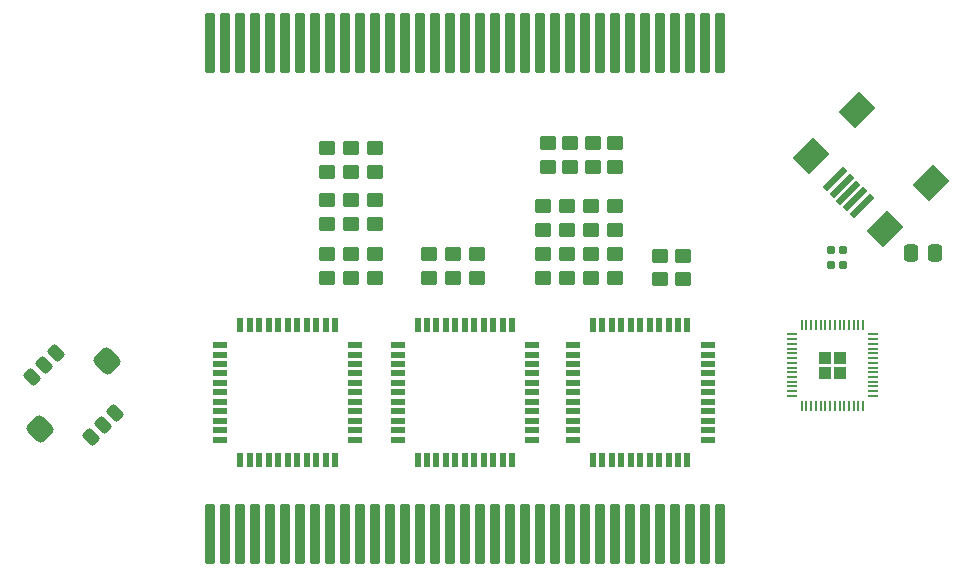
<source format=gbr>
%TF.GenerationSoftware,KiCad,Pcbnew,8.0.0*%
%TF.CreationDate,2024-02-28T09:47:00-08:00*%
%TF.ProjectId,SenseBarnacle,53656e73-6542-4617-926e-61636c652e6b,rev?*%
%TF.SameCoordinates,Original*%
%TF.FileFunction,Paste,Top*%
%TF.FilePolarity,Positive*%
%FSLAX46Y46*%
G04 Gerber Fmt 4.6, Leading zero omitted, Abs format (unit mm)*
G04 Created by KiCad (PCBNEW 8.0.0) date 2024-02-28 09:47:00*
%MOMM*%
%LPD*%
G01*
G04 APERTURE LIST*
G04 Aperture macros list*
%AMRoundRect*
0 Rectangle with rounded corners*
0 $1 Rounding radius*
0 $2 $3 $4 $5 $6 $7 $8 $9 X,Y pos of 4 corners*
0 Add a 4 corners polygon primitive as box body*
4,1,4,$2,$3,$4,$5,$6,$7,$8,$9,$2,$3,0*
0 Add four circle primitives for the rounded corners*
1,1,$1+$1,$2,$3*
1,1,$1+$1,$4,$5*
1,1,$1+$1,$6,$7*
1,1,$1+$1,$8,$9*
0 Add four rect primitives between the rounded corners*
20,1,$1+$1,$2,$3,$4,$5,0*
20,1,$1+$1,$4,$5,$6,$7,0*
20,1,$1+$1,$6,$7,$8,$9,0*
20,1,$1+$1,$8,$9,$2,$3,0*%
%AMRotRect*
0 Rectangle, with rotation*
0 The origin of the aperture is its center*
0 $1 length*
0 $2 width*
0 $3 Rotation angle, in degrees counterclockwise*
0 Add horizontal line*
21,1,$1,$2,0,0,$3*%
G04 Aperture macros list end*
%ADD10RoundRect,0.250000X-0.450000X0.350000X-0.450000X-0.350000X0.450000X-0.350000X0.450000X0.350000X0*%
%ADD11R,1.200000X0.500000*%
%ADD12R,0.500000X1.200000*%
%ADD13RoundRect,0.250000X0.450000X-0.350000X0.450000X0.350000X-0.450000X0.350000X-0.450000X-0.350000X0*%
%ADD14RoundRect,0.090000X0.360000X2.410000X-0.360000X2.410000X-0.360000X-2.410000X0.360000X-2.410000X0*%
%ADD15RoundRect,0.160000X-0.160000X0.197500X-0.160000X-0.197500X0.160000X-0.197500X0.160000X0.197500X0*%
%ADD16RoundRect,0.450000X-0.707107X0.070711X0.070711X-0.707107X0.707107X-0.070711X-0.070711X0.707107X0*%
%ADD17RoundRect,0.250000X-0.477297X0.123744X0.123744X-0.477297X0.477297X-0.123744X-0.123744X0.477297X0*%
%ADD18RoundRect,0.250000X-0.292217X-0.292217X0.292217X-0.292217X0.292217X0.292217X-0.292217X0.292217X0*%
%ADD19RoundRect,0.050000X-0.387500X-0.050000X0.387500X-0.050000X0.387500X0.050000X-0.387500X0.050000X0*%
%ADD20RoundRect,0.050000X-0.050000X-0.387500X0.050000X-0.387500X0.050000X0.387500X-0.050000X0.387500X0*%
%ADD21RotRect,0.500000X2.500000X135.000000*%
%ADD22RotRect,2.000000X2.500000X135.000000*%
%ADD23RoundRect,0.250000X-0.337500X-0.475000X0.337500X-0.475000X0.337500X0.475000X-0.337500X0.475000X0*%
G04 APERTURE END LIST*
D10*
%TO.C,R22*%
X74539599Y-39030400D03*
X74539599Y-41030400D03*
%TD*%
D11*
%TO.C,U15*%
X84689199Y-46734200D03*
X84689199Y-47534200D03*
X84689199Y-48334200D03*
X84689199Y-49134200D03*
X84689199Y-49934200D03*
X84689199Y-50734200D03*
X84689199Y-51534200D03*
X84689199Y-52334200D03*
X84689199Y-53134200D03*
X84689199Y-53934200D03*
X84689199Y-54734200D03*
D12*
X86389199Y-56434200D03*
X87189199Y-56434200D03*
X87989199Y-56434200D03*
X88789199Y-56434200D03*
X89589199Y-56434200D03*
X90389199Y-56434200D03*
X91189199Y-56434200D03*
X91989199Y-56434200D03*
X92789199Y-56434200D03*
X93589199Y-56434200D03*
X94389199Y-56434200D03*
D11*
X96089199Y-54734200D03*
X96089199Y-53934200D03*
X96089199Y-53134200D03*
X96089199Y-52334200D03*
X96089199Y-51534200D03*
X96089199Y-50734200D03*
X96089199Y-49934200D03*
X96089199Y-49134200D03*
X96089199Y-48334200D03*
X96089199Y-47534200D03*
X96089199Y-46734200D03*
D12*
X94389199Y-45034200D03*
X93589199Y-45034200D03*
X92789199Y-45034200D03*
X91989199Y-45034200D03*
X91189199Y-45034200D03*
X90389199Y-45034200D03*
X89589199Y-45034200D03*
X88789199Y-45034200D03*
X87989199Y-45034200D03*
X87189199Y-45034200D03*
X86389199Y-45034200D03*
%TD*%
D13*
%TO.C,R15*%
X86207600Y-36982400D03*
X86207600Y-34982400D03*
%TD*%
D14*
%TO.C,J6*%
X57750199Y-21123400D03*
X59020199Y-21123400D03*
X60290199Y-21123400D03*
X61560199Y-21123400D03*
X62830199Y-21123400D03*
X64100199Y-21123400D03*
X65370199Y-21123400D03*
X66640199Y-21123400D03*
X67910199Y-21123400D03*
X69180199Y-21123400D03*
X70450199Y-21123400D03*
X71720199Y-21123400D03*
X72990199Y-21123400D03*
X74260199Y-21123400D03*
X75530199Y-21123400D03*
X76800199Y-21123400D03*
X78070199Y-21123400D03*
X79340199Y-21123400D03*
X80610199Y-21123400D03*
X81880199Y-21123400D03*
X83150199Y-21123400D03*
X84420199Y-21123400D03*
X85690199Y-21123400D03*
X86960199Y-21123400D03*
X88230199Y-21123400D03*
X89500199Y-21123400D03*
X90770199Y-21123400D03*
X92040199Y-21123400D03*
X93310199Y-21123400D03*
X94580199Y-21123400D03*
X95850199Y-21123400D03*
X97120199Y-21123400D03*
X53940199Y-21123400D03*
X55210199Y-21123400D03*
X56480199Y-21123400D03*
%TD*%
D13*
%TO.C,R10*%
X82143600Y-41062400D03*
X82143600Y-39062400D03*
%TD*%
%TO.C,R17*%
X88239600Y-36982400D03*
X88239600Y-34982400D03*
%TD*%
%TO.C,R21*%
X63855600Y-32045400D03*
X63855600Y-30045400D03*
%TD*%
%TO.C,R39*%
X88255599Y-31648400D03*
X88255599Y-29648400D03*
%TD*%
%TO.C,R8*%
X65887600Y-36490400D03*
X65887600Y-34490400D03*
%TD*%
%TO.C,R41*%
X84445599Y-31648400D03*
X84445599Y-29648400D03*
%TD*%
%TO.C,R18*%
X67919600Y-36490400D03*
X67919600Y-34490400D03*
%TD*%
%TO.C,R11*%
X82143600Y-36966400D03*
X82143600Y-34966400D03*
%TD*%
D10*
%TO.C,R35*%
X93970599Y-39173400D03*
X93970599Y-41173400D03*
%TD*%
D13*
%TO.C,R14*%
X86207600Y-41046400D03*
X86207600Y-39046400D03*
%TD*%
D15*
%TO.C,R2*%
X107559599Y-38724400D03*
X107559599Y-39919400D03*
%TD*%
D13*
%TO.C,R25*%
X63855600Y-41030400D03*
X63855600Y-39030400D03*
%TD*%
%TO.C,R13*%
X84175600Y-36982400D03*
X84175600Y-34982400D03*
%TD*%
D16*
%TO.C,U4*%
X39544817Y-53832182D03*
X45272381Y-48104618D03*
D17*
X40888319Y-47432866D03*
X39880692Y-48440493D03*
X38873065Y-49448120D03*
X45944133Y-52488680D03*
X44936506Y-53496307D03*
X43928879Y-54503934D03*
%TD*%
D11*
%TO.C,U13*%
X54844199Y-46734200D03*
X54844199Y-47534200D03*
X54844199Y-48334200D03*
X54844199Y-49134200D03*
X54844199Y-49934200D03*
X54844199Y-50734200D03*
X54844199Y-51534200D03*
X54844199Y-52334200D03*
X54844199Y-53134200D03*
X54844199Y-53934200D03*
X54844199Y-54734200D03*
D12*
X56544199Y-56434200D03*
X57344199Y-56434200D03*
X58144199Y-56434200D03*
X58944199Y-56434200D03*
X59744199Y-56434200D03*
X60544199Y-56434200D03*
X61344199Y-56434200D03*
X62144199Y-56434200D03*
X62944199Y-56434200D03*
X63744199Y-56434200D03*
X64544199Y-56434200D03*
D11*
X66244199Y-54734200D03*
X66244199Y-53934200D03*
X66244199Y-53134200D03*
X66244199Y-52334200D03*
X66244199Y-51534200D03*
X66244199Y-50734200D03*
X66244199Y-49934200D03*
X66244199Y-49134200D03*
X66244199Y-48334200D03*
X66244199Y-47534200D03*
X66244199Y-46734200D03*
D12*
X64544199Y-45034200D03*
X63744199Y-45034200D03*
X62944199Y-45034200D03*
X62144199Y-45034200D03*
X61344199Y-45034200D03*
X60544199Y-45034200D03*
X59744199Y-45034200D03*
X58944199Y-45034200D03*
X58144199Y-45034200D03*
X57344199Y-45034200D03*
X56544199Y-45034200D03*
%TD*%
D18*
%TO.C,U9*%
X106028099Y-47795900D03*
X106028099Y-49070900D03*
X107303099Y-47795900D03*
X107303099Y-49070900D03*
D19*
X103228099Y-45833400D03*
X103228099Y-46233400D03*
X103228099Y-46633400D03*
X103228099Y-47033400D03*
X103228099Y-47433400D03*
X103228099Y-47833400D03*
X103228099Y-48233400D03*
X103228099Y-48633400D03*
X103228099Y-49033400D03*
X103228099Y-49433400D03*
X103228099Y-49833400D03*
X103228099Y-50233400D03*
X103228099Y-50633400D03*
X103228099Y-51033400D03*
D20*
X104065599Y-51870900D03*
X104465599Y-51870900D03*
X104865599Y-51870900D03*
X105265599Y-51870900D03*
X105665599Y-51870900D03*
X106065599Y-51870900D03*
X106465599Y-51870900D03*
X106865599Y-51870900D03*
X107265599Y-51870900D03*
X107665599Y-51870900D03*
X108065599Y-51870900D03*
X108465599Y-51870900D03*
X108865599Y-51870900D03*
X109265599Y-51870900D03*
D19*
X110103099Y-51033400D03*
X110103099Y-50633400D03*
X110103099Y-50233400D03*
X110103099Y-49833400D03*
X110103099Y-49433400D03*
X110103099Y-49033400D03*
X110103099Y-48633400D03*
X110103099Y-48233400D03*
X110103099Y-47833400D03*
X110103099Y-47433400D03*
X110103099Y-47033400D03*
X110103099Y-46633400D03*
X110103099Y-46233400D03*
X110103099Y-45833400D03*
D20*
X109265599Y-44995900D03*
X108865599Y-44995900D03*
X108465599Y-44995900D03*
X108065599Y-44995900D03*
X107665599Y-44995900D03*
X107265599Y-44995900D03*
X106865599Y-44995900D03*
X106465599Y-44995900D03*
X106065599Y-44995900D03*
X105665599Y-44995900D03*
X105265599Y-44995900D03*
X104865599Y-44995900D03*
X104465599Y-44995900D03*
X104065599Y-44995900D03*
%TD*%
D13*
%TO.C,R26*%
X67919600Y-41046400D03*
X67919600Y-39046400D03*
%TD*%
%TO.C,R40*%
X86350599Y-31648400D03*
X86350599Y-29648400D03*
%TD*%
%TO.C,R20*%
X63855600Y-36490400D03*
X63855600Y-34490400D03*
%TD*%
D15*
%TO.C,R1*%
X106543599Y-38724400D03*
X106543599Y-39919400D03*
%TD*%
D11*
%TO.C,U14*%
X69840599Y-46734200D03*
X69840599Y-47534200D03*
X69840599Y-48334200D03*
X69840599Y-49134200D03*
X69840599Y-49934200D03*
X69840599Y-50734200D03*
X69840599Y-51534200D03*
X69840599Y-52334200D03*
X69840599Y-53134200D03*
X69840599Y-53934200D03*
X69840599Y-54734200D03*
D12*
X71540599Y-56434200D03*
X72340599Y-56434200D03*
X73140599Y-56434200D03*
X73940599Y-56434200D03*
X74740599Y-56434200D03*
X75540599Y-56434200D03*
X76340599Y-56434200D03*
X77140599Y-56434200D03*
X77940599Y-56434200D03*
X78740599Y-56434200D03*
X79540599Y-56434200D03*
D11*
X81240599Y-54734200D03*
X81240599Y-53934200D03*
X81240599Y-53134200D03*
X81240599Y-52334200D03*
X81240599Y-51534200D03*
X81240599Y-50734200D03*
X81240599Y-49934200D03*
X81240599Y-49134200D03*
X81240599Y-48334200D03*
X81240599Y-47534200D03*
X81240599Y-46734200D03*
D12*
X79540599Y-45034200D03*
X78740599Y-45034200D03*
X77940599Y-45034200D03*
X77140599Y-45034200D03*
X76340599Y-45034200D03*
X75540599Y-45034200D03*
X74740599Y-45034200D03*
X73940599Y-45034200D03*
X73140599Y-45034200D03*
X72340599Y-45034200D03*
X71540599Y-45034200D03*
%TD*%
D21*
%TO.C,J1*%
X109131716Y-34960025D03*
X108566031Y-34394340D03*
X108000345Y-33828655D03*
X107434660Y-33262969D03*
X106868975Y-32697284D03*
D22*
X111111615Y-36939924D03*
X115000703Y-33050837D03*
X104889076Y-30717385D03*
X108778163Y-26828297D03*
%TD*%
D13*
%TO.C,R42*%
X82540599Y-31648400D03*
X82540599Y-29648400D03*
%TD*%
D10*
%TO.C,R23*%
X72507599Y-39030400D03*
X72507599Y-41030400D03*
%TD*%
D14*
%TO.C,J7*%
X57775599Y-62703200D03*
X59045599Y-62703200D03*
X60315599Y-62703200D03*
X61585599Y-62703200D03*
X62855599Y-62703200D03*
X64125599Y-62703200D03*
X65395599Y-62703200D03*
X66665599Y-62703200D03*
X67935599Y-62703200D03*
X69205599Y-62703200D03*
X70475599Y-62703200D03*
X71745599Y-62703200D03*
X73015599Y-62703200D03*
X74285599Y-62703200D03*
X75555599Y-62703200D03*
X76825599Y-62703200D03*
X78095599Y-62703200D03*
X79365599Y-62703200D03*
X80635599Y-62703200D03*
X81905599Y-62703200D03*
X83175599Y-62703200D03*
X84445599Y-62703200D03*
X85715599Y-62703200D03*
X86985599Y-62703200D03*
X88255599Y-62703200D03*
X89525599Y-62703200D03*
X90795599Y-62703200D03*
X92065599Y-62703200D03*
X93335599Y-62703200D03*
X94605599Y-62703200D03*
X95875599Y-62703200D03*
X97145599Y-62703200D03*
X53965599Y-62703200D03*
X55235599Y-62703200D03*
X56505599Y-62703200D03*
%TD*%
D13*
%TO.C,R9*%
X65887600Y-32045400D03*
X65887600Y-30045400D03*
%TD*%
D23*
%TO.C,C1*%
X113313300Y-38903400D03*
X115388300Y-38903400D03*
%TD*%
D13*
%TO.C,R12*%
X84175600Y-41046400D03*
X84175600Y-39046400D03*
%TD*%
D10*
%TO.C,R24*%
X76571599Y-39030400D03*
X76571599Y-41030400D03*
%TD*%
D13*
%TO.C,R3*%
X65887600Y-41030400D03*
X65887600Y-39030400D03*
%TD*%
D10*
%TO.C,R36*%
X92065599Y-39173400D03*
X92065599Y-41173400D03*
%TD*%
D13*
%TO.C,R19*%
X67919600Y-32045400D03*
X67919600Y-30045400D03*
%TD*%
%TO.C,R16*%
X88239600Y-41046400D03*
X88239600Y-39046400D03*
%TD*%
M02*

</source>
